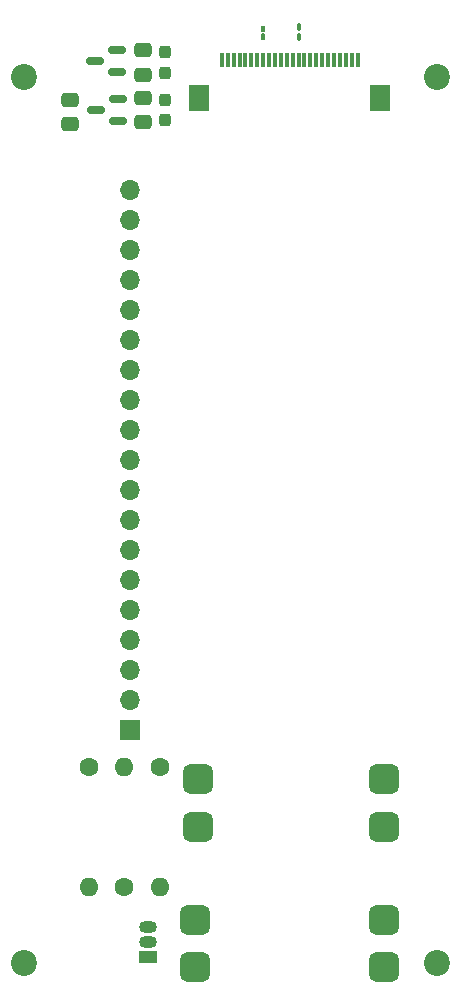
<source format=gbr>
%TF.GenerationSoftware,KiCad,Pcbnew,(6.0.6)*%
%TF.CreationDate,2022-07-04T20:27:39+02:00*%
%TF.ProjectId,vogelhuisje_camera_board,766f6765-6c68-4756-9973-6a655f63616d,rev?*%
%TF.SameCoordinates,Original*%
%TF.FileFunction,Soldermask,Top*%
%TF.FilePolarity,Negative*%
%FSLAX46Y46*%
G04 Gerber Fmt 4.6, Leading zero omitted, Abs format (unit mm)*
G04 Created by KiCad (PCBNEW (6.0.6)) date 2022-07-04 20:27:39*
%MOMM*%
%LPD*%
G01*
G04 APERTURE LIST*
G04 Aperture macros list*
%AMRoundRect*
0 Rectangle with rounded corners*
0 $1 Rounding radius*
0 $2 $3 $4 $5 $6 $7 $8 $9 X,Y pos of 4 corners*
0 Add a 4 corners polygon primitive as box body*
4,1,4,$2,$3,$4,$5,$6,$7,$8,$9,$2,$3,0*
0 Add four circle primitives for the rounded corners*
1,1,$1+$1,$2,$3*
1,1,$1+$1,$4,$5*
1,1,$1+$1,$6,$7*
1,1,$1+$1,$8,$9*
0 Add four rect primitives between the rounded corners*
20,1,$1+$1,$2,$3,$4,$5,0*
20,1,$1+$1,$4,$5,$6,$7,0*
20,1,$1+$1,$6,$7,$8,$9,0*
20,1,$1+$1,$8,$9,$2,$3,0*%
G04 Aperture macros list end*
%ADD10C,2.200000*%
%ADD11RoundRect,0.625000X0.675000X0.625000X-0.675000X0.625000X-0.675000X-0.625000X0.675000X-0.625000X0*%
%ADD12RoundRect,0.237500X-0.237500X0.300000X-0.237500X-0.300000X0.237500X-0.300000X0.237500X0.300000X0*%
%ADD13R,1.500000X1.050000*%
%ADD14O,1.500000X1.050000*%
%ADD15RoundRect,0.075000X-0.075000X0.212500X-0.075000X-0.212500X0.075000X-0.212500X0.075000X0.212500X0*%
%ADD16C,1.600000*%
%ADD17O,1.600000X1.600000*%
%ADD18RoundRect,0.150000X0.587500X0.150000X-0.587500X0.150000X-0.587500X-0.150000X0.587500X-0.150000X0*%
%ADD19R,0.300000X1.300000*%
%ADD20R,1.800000X2.200000*%
%ADD21R,1.700000X1.700000*%
%ADD22O,1.700000X1.700000*%
%ADD23RoundRect,0.100000X-0.100000X0.217500X-0.100000X-0.217500X0.100000X-0.217500X0.100000X0.217500X0*%
%ADD24RoundRect,0.250000X-0.475000X0.337500X-0.475000X-0.337500X0.475000X-0.337500X0.475000X0.337500X0*%
G04 APERTURE END LIST*
D10*
%TO.C,REF\u002A\u002A*%
X92500000Y-72500000D03*
%TD*%
D11*
%TO.C,D7*%
X123000000Y-147900000D03*
X123000000Y-143900000D03*
%TD*%
D12*
%TO.C,C6*%
X104400000Y-74437500D03*
X104400000Y-76162500D03*
%TD*%
D13*
%TO.C,Q2*%
X103000000Y-147000000D03*
D14*
X103000000Y-145730000D03*
X103000000Y-144460000D03*
%TD*%
D15*
%TO.C,C2*%
X112750000Y-68502500D03*
X112750000Y-69177500D03*
%TD*%
D16*
%TO.C,R1*%
X101000000Y-141080000D03*
D17*
X101000000Y-130920000D03*
%TD*%
D18*
%TO.C,U2*%
X100497500Y-76290000D03*
X100497500Y-74390000D03*
X98622500Y-75340000D03*
%TD*%
D16*
%TO.C,R3*%
X104000000Y-130920000D03*
D17*
X104000000Y-141080000D03*
%TD*%
D10*
%TO.C,REF\u002A\u002A*%
X92500000Y-147500000D03*
%TD*%
D11*
%TO.C,D6*%
X107200000Y-136000000D03*
X107200000Y-132000000D03*
%TD*%
D19*
%TO.C,J4*%
X109250000Y-71050000D03*
X109750000Y-71050000D03*
X110250000Y-71050000D03*
X110750000Y-71050000D03*
X111250000Y-71050000D03*
X111750000Y-71050000D03*
X112250000Y-71050000D03*
X112750000Y-71050000D03*
X113250000Y-71050000D03*
X113750000Y-71050000D03*
X114250000Y-71050000D03*
X114750000Y-71050000D03*
X115250000Y-71050000D03*
X115750000Y-71050000D03*
X116250000Y-71050000D03*
X116750000Y-71050000D03*
X117250000Y-71050000D03*
X117750000Y-71050000D03*
X118250000Y-71050000D03*
X118750000Y-71050000D03*
X119250000Y-71050000D03*
X119750000Y-71050000D03*
X120250000Y-71050000D03*
X120750000Y-71050000D03*
D20*
X107350000Y-74300000D03*
X122650000Y-74300000D03*
%TD*%
D21*
%TO.C,J1*%
X101500000Y-127850000D03*
D22*
X101500000Y-125310000D03*
X101500000Y-122770000D03*
X101500000Y-120230000D03*
X101500000Y-117690000D03*
X101500000Y-115150000D03*
X101500000Y-112610000D03*
X101500000Y-110070000D03*
X101500000Y-107530000D03*
X101500000Y-104990000D03*
X101500000Y-102450000D03*
X101500000Y-99910000D03*
X101500000Y-97370000D03*
X101500000Y-94830000D03*
X101500000Y-92290000D03*
X101500000Y-89750000D03*
X101500000Y-87210000D03*
X101500000Y-84670000D03*
X101500000Y-82130000D03*
%TD*%
D16*
%TO.C,R4*%
X98000000Y-130920000D03*
D17*
X98000000Y-141080000D03*
%TD*%
D23*
%TO.C,C1*%
X115750000Y-68302500D03*
X115750000Y-69117500D03*
%TD*%
D11*
%TO.C,D4*%
X123000000Y-136000000D03*
X123000000Y-132000000D03*
%TD*%
D10*
%TO.C,REF\u002A\u002A*%
X127500000Y-72500000D03*
%TD*%
D24*
%TO.C,C3*%
X102600000Y-70262500D03*
X102600000Y-72337500D03*
%TD*%
D18*
%TO.C,U1*%
X100397500Y-72130000D03*
X100397500Y-70230000D03*
X98522500Y-71180000D03*
%TD*%
D10*
%TO.C,REF\u002A\u002A*%
X127500000Y-147500000D03*
%TD*%
D24*
%TO.C,C7*%
X96400000Y-74462500D03*
X96400000Y-76537500D03*
%TD*%
D11*
%TO.C,D5*%
X107000000Y-147900000D03*
X107000000Y-143900000D03*
%TD*%
D24*
%TO.C,C5*%
X102600000Y-74262500D03*
X102600000Y-76337500D03*
%TD*%
D12*
%TO.C,C4*%
X104460000Y-70437500D03*
X104460000Y-72162500D03*
%TD*%
G36*
X112852253Y-68783559D02*
G01*
X112852643Y-68785521D01*
X112851860Y-68786541D01*
X112846103Y-68790388D01*
X112847227Y-68792070D01*
X112847358Y-68794066D01*
X112846675Y-68794844D01*
X112827184Y-68807865D01*
X112818546Y-68851280D01*
X112843258Y-68888269D01*
X112845275Y-68889105D01*
X112845620Y-68889290D01*
X112851859Y-68893459D01*
X112852744Y-68895253D01*
X112851633Y-68896916D01*
X112850358Y-68897084D01*
X112824801Y-68892000D01*
X112675199Y-68892000D01*
X112649641Y-68897084D01*
X112647747Y-68896441D01*
X112647357Y-68894479D01*
X112648140Y-68893459D01*
X112653897Y-68889612D01*
X112652773Y-68887930D01*
X112652642Y-68885934D01*
X112653325Y-68885156D01*
X112672816Y-68872135D01*
X112681454Y-68828720D01*
X112656742Y-68791731D01*
X112654725Y-68790895D01*
X112654380Y-68790710D01*
X112648141Y-68786541D01*
X112647256Y-68784747D01*
X112648367Y-68783084D01*
X112649642Y-68782916D01*
X112675199Y-68788000D01*
X112824801Y-68788000D01*
X112850359Y-68782916D01*
X112852253Y-68783559D01*
G37*
M02*

</source>
